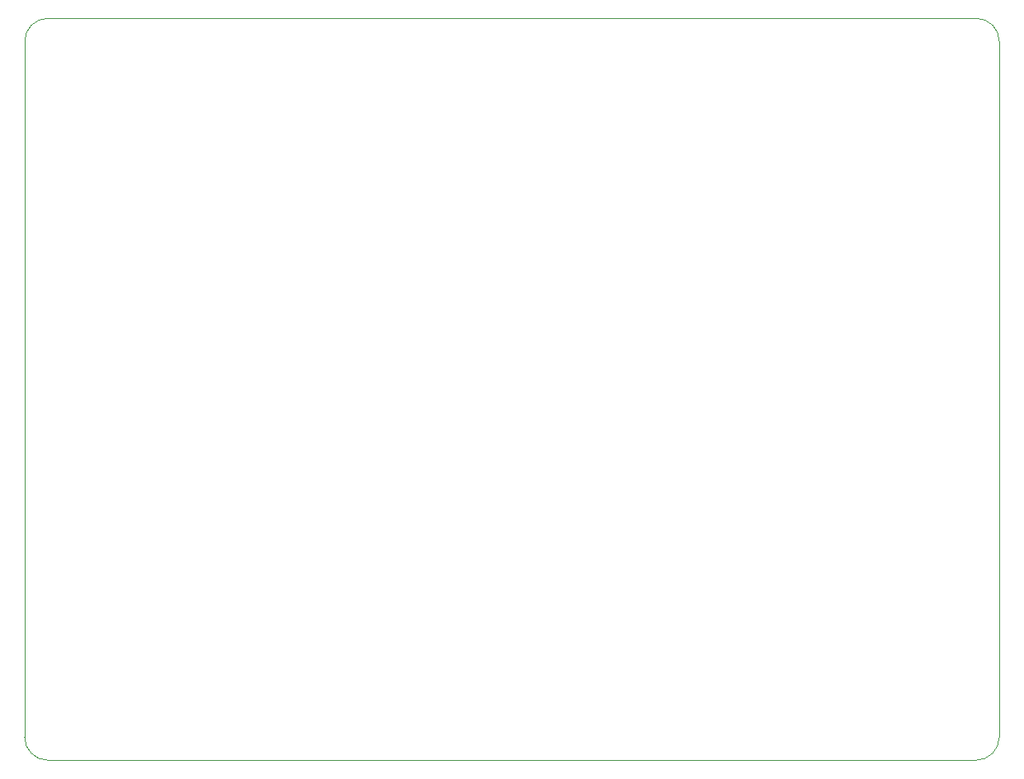
<source format=gm1>
G04 #@! TF.GenerationSoftware,KiCad,Pcbnew,(5.1.4)-1*
G04 #@! TF.CreationDate,2021-04-02T02:31:54+02:00*
G04 #@! TF.ProjectId,pcb-test,7063622d-7465-4737-942e-6b696361645f,rev?*
G04 #@! TF.SameCoordinates,Original*
G04 #@! TF.FileFunction,Profile,NP*
%FSLAX46Y46*%
G04 Gerber Fmt 4.6, Leading zero omitted, Abs format (unit mm)*
G04 Created by KiCad (PCBNEW (5.1.4)-1) date 2021-04-02 02:31:54*
%MOMM*%
%LPD*%
G04 APERTURE LIST*
%ADD10C,0.050000*%
G04 APERTURE END LIST*
D10*
X200818750Y-152400000D02*
X105568750Y-152400000D01*
X203200000Y-78581250D02*
X203200000Y-150018750D01*
X105568750Y-76200000D02*
X200818750Y-76200000D01*
X103187500Y-150018750D02*
X103187500Y-78581250D01*
X105568750Y-152400000D02*
G75*
G02X103187500Y-150018750I0J2381250D01*
G01*
X103187500Y-78581250D02*
G75*
G02X105568750Y-76200000I2381250J0D01*
G01*
X203200000Y-150018750D02*
G75*
G02X200818750Y-152400000I-2381250J0D01*
G01*
X200818750Y-76200000D02*
G75*
G02X203200000Y-78581250I0J-2381250D01*
G01*
M02*

</source>
